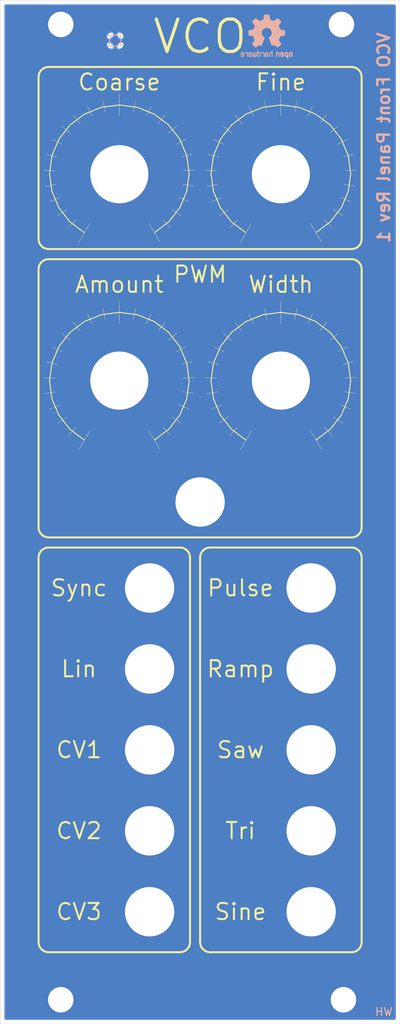
<source format=kicad_pcb>
(kicad_pcb (version 20171130) (host pcbnew 5.1.4)

  (general
    (thickness 1.6)
    (drawings 54)
    (tracks 19)
    (zones 0)
    (modules 6)
    (nets 2)
  )

  (page A4)
  (layers
    (0 F.Cu signal)
    (31 B.Cu signal)
    (32 B.Adhes user)
    (33 F.Adhes user)
    (34 B.Paste user)
    (35 F.Paste user)
    (36 B.SilkS user)
    (37 F.SilkS user)
    (38 B.Mask user)
    (39 F.Mask user)
    (40 Dwgs.User user)
    (41 Cmts.User user)
    (42 Eco1.User user)
    (43 Eco2.User user)
    (44 Edge.Cuts user)
    (45 Margin user)
    (46 B.CrtYd user)
    (47 F.CrtYd user)
    (48 B.Fab user)
    (49 F.Fab user)
  )

  (setup
    (last_trace_width 0.25)
    (trace_clearance 0.2)
    (zone_clearance 0.508)
    (zone_45_only no)
    (trace_min 0.2)
    (via_size 0.8)
    (via_drill 0.4)
    (via_min_size 0.4)
    (via_min_drill 0.3)
    (user_via 4 3)
    (user_via 7.999999 6.000001)
    (user_via 11.999999 7.000001)
    (uvia_size 0.3)
    (uvia_drill 0.1)
    (uvias_allowed no)
    (uvia_min_size 0.2)
    (uvia_min_drill 0.1)
    (edge_width 0.05)
    (segment_width 0.2)
    (pcb_text_width 0.3)
    (pcb_text_size 1.5 1.5)
    (mod_edge_width 0.12)
    (mod_text_size 1 1)
    (mod_text_width 0.15)
    (pad_size 1.524 1.524)
    (pad_drill 0.762)
    (pad_to_mask_clearance 0.051)
    (solder_mask_min_width 0.25)
    (aux_axis_origin 0 0)
    (visible_elements FFFFFF7F)
    (pcbplotparams
      (layerselection 0x010fc_ffffffff)
      (usegerberextensions false)
      (usegerberattributes false)
      (usegerberadvancedattributes false)
      (creategerberjobfile false)
      (excludeedgelayer true)
      (linewidth 0.100000)
      (plotframeref false)
      (viasonmask false)
      (mode 1)
      (useauxorigin false)
      (hpglpennumber 1)
      (hpglpenspeed 20)
      (hpglpendiameter 15.000000)
      (psnegative false)
      (psa4output false)
      (plotreference true)
      (plotvalue true)
      (plotinvisibletext false)
      (padsonsilk false)
      (subtractmaskfromsilk false)
      (outputformat 1)
      (mirror false)
      (drillshape 1)
      (scaleselection 1)
      (outputdirectory ""))
  )

  (net 0 "")
  (net 1 GND)

  (net_class Default "This is the default net class."
    (clearance 0.2)
    (trace_width 0.25)
    (via_dia 0.8)
    (via_drill 0.4)
    (uvia_dia 0.3)
    (uvia_drill 0.1)
    (add_net GND)
  )

  (module Symbol:OSHW-Logo2_7.3x6mm_SilkScreen (layer B.Cu) (tedit 0) (tstamp 5D8C8807)
    (at 97.282 44.45 180)
    (descr "Open Source Hardware Symbol")
    (tags "Logo Symbol OSHW")
    (attr virtual)
    (fp_text reference REF** (at 0 0) (layer B.SilkS) hide
      (effects (font (size 1 1) (thickness 0.15)) (justify mirror))
    )
    (fp_text value OSHW-Logo2_7.3x6mm_SilkScreen (at 0.75 0) (layer B.Fab) hide
      (effects (font (size 1 1) (thickness 0.15)) (justify mirror))
    )
    (fp_poly (pts (xy 0.10391 2.757652) (xy 0.182454 2.757222) (xy 0.239298 2.756058) (xy 0.278105 2.753793)
      (xy 0.302538 2.75006) (xy 0.316262 2.744494) (xy 0.32294 2.736727) (xy 0.326236 2.726395)
      (xy 0.326556 2.725057) (xy 0.331562 2.700921) (xy 0.340829 2.653299) (xy 0.353392 2.587259)
      (xy 0.368287 2.507872) (xy 0.384551 2.420204) (xy 0.385119 2.417125) (xy 0.40141 2.331211)
      (xy 0.416652 2.255304) (xy 0.429861 2.193955) (xy 0.440054 2.151718) (xy 0.446248 2.133145)
      (xy 0.446543 2.132816) (xy 0.464788 2.123747) (xy 0.502405 2.108633) (xy 0.551271 2.090738)
      (xy 0.551543 2.090642) (xy 0.613093 2.067507) (xy 0.685657 2.038035) (xy 0.754057 2.008403)
      (xy 0.757294 2.006938) (xy 0.868702 1.956374) (xy 1.115399 2.12484) (xy 1.191077 2.176197)
      (xy 1.259631 2.222111) (xy 1.317088 2.25997) (xy 1.359476 2.287163) (xy 1.382825 2.301079)
      (xy 1.385042 2.302111) (xy 1.40201 2.297516) (xy 1.433701 2.275345) (xy 1.481352 2.234553)
      (xy 1.546198 2.174095) (xy 1.612397 2.109773) (xy 1.676214 2.046388) (xy 1.733329 1.988549)
      (xy 1.780305 1.939825) (xy 1.813703 1.90379) (xy 1.830085 1.884016) (xy 1.830694 1.882998)
      (xy 1.832505 1.869428) (xy 1.825683 1.847267) (xy 1.80854 1.813522) (xy 1.779393 1.7652)
      (xy 1.736555 1.699308) (xy 1.679448 1.614483) (xy 1.628766 1.539823) (xy 1.583461 1.47286)
      (xy 1.54615 1.417484) (xy 1.519452 1.37758) (xy 1.505985 1.357038) (xy 1.505137 1.355644)
      (xy 1.506781 1.335962) (xy 1.519245 1.297707) (xy 1.540048 1.248111) (xy 1.547462 1.232272)
      (xy 1.579814 1.16171) (xy 1.614328 1.081647) (xy 1.642365 1.012371) (xy 1.662568 0.960955)
      (xy 1.678615 0.921881) (xy 1.687888 0.901459) (xy 1.689041 0.899886) (xy 1.706096 0.897279)
      (xy 1.746298 0.890137) (xy 1.804302 0.879477) (xy 1.874763 0.866315) (xy 1.952335 0.851667)
      (xy 2.031672 0.836551) (xy 2.107431 0.821982) (xy 2.174264 0.808978) (xy 2.226828 0.798555)
      (xy 2.259776 0.79173) (xy 2.267857 0.789801) (xy 2.276205 0.785038) (xy 2.282506 0.774282)
      (xy 2.287045 0.753902) (xy 2.290104 0.720266) (xy 2.291967 0.669745) (xy 2.292918 0.598708)
      (xy 2.29324 0.503524) (xy 2.293257 0.464508) (xy 2.293257 0.147201) (xy 2.217057 0.132161)
      (xy 2.174663 0.124005) (xy 2.1114 0.112101) (xy 2.034962 0.097884) (xy 1.953043 0.08279)
      (xy 1.9304 0.078645) (xy 1.854806 0.063947) (xy 1.788953 0.049495) (xy 1.738366 0.036625)
      (xy 1.708574 0.026678) (xy 1.703612 0.023713) (xy 1.691426 0.002717) (xy 1.673953 -0.037967)
      (xy 1.654577 -0.090322) (xy 1.650734 -0.1016) (xy 1.625339 -0.171523) (xy 1.593817 -0.250418)
      (xy 1.562969 -0.321266) (xy 1.562817 -0.321595) (xy 1.511447 -0.432733) (xy 1.680399 -0.681253)
      (xy 1.849352 -0.929772) (xy 1.632429 -1.147058) (xy 1.566819 -1.211726) (xy 1.506979 -1.268733)
      (xy 1.456267 -1.315033) (xy 1.418046 -1.347584) (xy 1.395675 -1.363343) (xy 1.392466 -1.364343)
      (xy 1.373626 -1.356469) (xy 1.33518 -1.334578) (xy 1.28133 -1.301267) (xy 1.216276 -1.259131)
      (xy 1.14594 -1.211943) (xy 1.074555 -1.16381) (xy 1.010908 -1.121928) (xy 0.959041 -1.088871)
      (xy 0.922995 -1.067218) (xy 0.906867 -1.059543) (xy 0.887189 -1.066037) (xy 0.849875 -1.08315)
      (xy 0.802621 -1.107326) (xy 0.797612 -1.110013) (xy 0.733977 -1.141927) (xy 0.690341 -1.157579)
      (xy 0.663202 -1.157745) (xy 0.649057 -1.143204) (xy 0.648975 -1.143) (xy 0.641905 -1.125779)
      (xy 0.625042 -1.084899) (xy 0.599695 -1.023525) (xy 0.567171 -0.944819) (xy 0.528778 -0.851947)
      (xy 0.485822 -0.748072) (xy 0.444222 -0.647502) (xy 0.398504 -0.536516) (xy 0.356526 -0.433703)
      (xy 0.319548 -0.342215) (xy 0.288827 -0.265201) (xy 0.265622 -0.205815) (xy 0.25119 -0.167209)
      (xy 0.246743 -0.1528) (xy 0.257896 -0.136272) (xy 0.287069 -0.10993) (xy 0.325971 -0.080887)
      (xy 0.436757 0.010961) (xy 0.523351 0.116241) (xy 0.584716 0.232734) (xy 0.619815 0.358224)
      (xy 0.627608 0.490493) (xy 0.621943 0.551543) (xy 0.591078 0.678205) (xy 0.53792 0.790059)
      (xy 0.465767 0.885999) (xy 0.377917 0.964924) (xy 0.277665 1.02573) (xy 0.16831 1.067313)
      (xy 0.053147 1.088572) (xy -0.064525 1.088401) (xy -0.18141 1.065699) (xy -0.294211 1.019362)
      (xy -0.399631 0.948287) (xy -0.443632 0.908089) (xy -0.528021 0.804871) (xy -0.586778 0.692075)
      (xy -0.620296 0.57299) (xy -0.628965 0.450905) (xy -0.613177 0.329107) (xy -0.573322 0.210884)
      (xy -0.509793 0.099525) (xy -0.422979 -0.001684) (xy -0.325971 -0.080887) (xy -0.285563 -0.111162)
      (xy -0.257018 -0.137219) (xy -0.246743 -0.152825) (xy -0.252123 -0.169843) (xy -0.267425 -0.2105)
      (xy -0.291388 -0.271642) (xy -0.322756 -0.350119) (xy -0.360268 -0.44278) (xy -0.402667 -0.546472)
      (xy -0.444337 -0.647526) (xy -0.49031 -0.758607) (xy -0.532893 -0.861541) (xy -0.570779 -0.953165)
      (xy -0.60266 -1.030316) (xy -0.627229 -1.089831) (xy -0.64318 -1.128544) (xy -0.64909 -1.143)
      (xy -0.663052 -1.157685) (xy -0.69006 -1.157642) (xy -0.733587 -1.142099) (xy -0.79711 -1.110284)
      (xy -0.797612 -1.110013) (xy -0.84544 -1.085323) (xy -0.884103 -1.067338) (xy -0.905905 -1.059614)
      (xy -0.906867 -1.059543) (xy -0.923279 -1.067378) (xy -0.959513 -1.089165) (xy -1.011526 -1.122328)
      (xy -1.075275 -1.164291) (xy -1.14594 -1.211943) (xy -1.217884 -1.260191) (xy -1.282726 -1.302151)
      (xy -1.336265 -1.335227) (xy -1.374303 -1.356821) (xy -1.392467 -1.364343) (xy -1.409192 -1.354457)
      (xy -1.44282 -1.326826) (xy -1.48999 -1.284495) (xy -1.547342 -1.230505) (xy -1.611516 -1.167899)
      (xy -1.632503 -1.146983) (xy -1.849501 -0.929623) (xy -1.684332 -0.68722) (xy -1.634136 -0.612781)
      (xy -1.590081 -0.545972) (xy -1.554638 -0.490665) (xy -1.530281 -0.450729) (xy -1.519478 -0.430036)
      (xy -1.519162 -0.428563) (xy -1.524857 -0.409058) (xy -1.540174 -0.369822) (xy -1.562463 -0.31743)
      (xy -1.578107 -0.282355) (xy -1.607359 -0.215201) (xy -1.634906 -0.147358) (xy -1.656263 -0.090034)
      (xy -1.662065 -0.072572) (xy -1.678548 -0.025938) (xy -1.69466 0.010095) (xy -1.70351 0.023713)
      (xy -1.72304 0.032048) (xy -1.765666 0.043863) (xy -1.825855 0.057819) (xy -1.898078 0.072578)
      (xy -1.9304 0.078645) (xy -2.012478 0.093727) (xy -2.091205 0.108331) (xy -2.158891 0.12102)
      (xy -2.20784 0.130358) (xy -2.217057 0.132161) (xy -2.293257 0.147201) (xy -2.293257 0.464508)
      (xy -2.293086 0.568846) (xy -2.292384 0.647787) (xy -2.290866 0.704962) (xy -2.288251 0.744001)
      (xy -2.284254 0.768535) (xy -2.278591 0.782195) (xy -2.27098 0.788611) (xy -2.267857 0.789801)
      (xy -2.249022 0.79402) (xy -2.207412 0.802438) (xy -2.14837 0.814039) (xy -2.077243 0.827805)
      (xy -1.999375 0.84272) (xy -1.920113 0.857768) (xy -1.844802 0.871931) (xy -1.778787 0.884194)
      (xy -1.727413 0.893539) (xy -1.696025 0.89895) (xy -1.689041 0.899886) (xy -1.682715 0.912404)
      (xy -1.66871 0.945754) (xy -1.649645 0.993623) (xy -1.642366 1.012371) (xy -1.613004 1.084805)
      (xy -1.578429 1.16483) (xy -1.547463 1.232272) (xy -1.524677 1.283841) (xy -1.509518 1.326215)
      (xy -1.504458 1.352166) (xy -1.505264 1.355644) (xy -1.515959 1.372064) (xy -1.54038 1.408583)
      (xy -1.575905 1.461313) (xy -1.619913 1.526365) (xy -1.669783 1.599849) (xy -1.679644 1.614355)
      (xy -1.737508 1.700296) (xy -1.780044 1.765739) (xy -1.808946 1.813696) (xy -1.82591 1.84718)
      (xy -1.832633 1.869205) (xy -1.83081 1.882783) (xy -1.830764 1.882869) (xy -1.816414 1.900703)
      (xy -1.784677 1.935183) (xy -1.73899 1.982732) (xy -1.682796 2.039778) (xy -1.619532 2.102745)
      (xy -1.612398 2.109773) (xy -1.53267 2.18698) (xy -1.471143 2.24367) (xy -1.426579 2.28089)
      (xy -1.397743 2.299685) (xy -1.385042 2.302111) (xy -1.366506 2.291529) (xy -1.328039 2.267084)
      (xy -1.273614 2.231388) (xy -1.207202 2.187053) (xy -1.132775 2.136689) (xy -1.115399 2.12484)
      (xy -0.868703 1.956374) (xy -0.757294 2.006938) (xy -0.689543 2.036405) (xy -0.616817 2.066041)
      (xy -0.554297 2.08967) (xy -0.551543 2.090642) (xy -0.50264 2.108543) (xy -0.464943 2.12368)
      (xy -0.446575 2.13279) (xy -0.446544 2.132816) (xy -0.440715 2.149283) (xy -0.430808 2.189781)
      (xy -0.417805 2.249758) (xy -0.402691 2.32466) (xy -0.386448 2.409936) (xy -0.385119 2.417125)
      (xy -0.368825 2.504986) (xy -0.353867 2.58474) (xy -0.341209 2.651319) (xy -0.331814 2.699653)
      (xy -0.326646 2.724675) (xy -0.326556 2.725057) (xy -0.323411 2.735701) (xy -0.317296 2.743738)
      (xy -0.304547 2.749533) (xy -0.2815 2.753453) (xy -0.244491 2.755865) (xy -0.189856 2.757135)
      (xy -0.113933 2.757629) (xy -0.013056 2.757714) (xy 0 2.757714) (xy 0.10391 2.757652)) (layer B.SilkS) (width 0.01))
    (fp_poly (pts (xy 3.153595 -1.966966) (xy 3.211021 -2.004497) (xy 3.238719 -2.038096) (xy 3.260662 -2.099064)
      (xy 3.262405 -2.147308) (xy 3.258457 -2.211816) (xy 3.109686 -2.276934) (xy 3.037349 -2.310202)
      (xy 2.990084 -2.336964) (xy 2.965507 -2.360144) (xy 2.961237 -2.382667) (xy 2.974889 -2.407455)
      (xy 2.989943 -2.423886) (xy 3.033746 -2.450235) (xy 3.081389 -2.452081) (xy 3.125145 -2.431546)
      (xy 3.157289 -2.390752) (xy 3.163038 -2.376347) (xy 3.190576 -2.331356) (xy 3.222258 -2.312182)
      (xy 3.265714 -2.295779) (xy 3.265714 -2.357966) (xy 3.261872 -2.400283) (xy 3.246823 -2.435969)
      (xy 3.21528 -2.476943) (xy 3.210592 -2.482267) (xy 3.175506 -2.51872) (xy 3.145347 -2.538283)
      (xy 3.107615 -2.547283) (xy 3.076335 -2.55023) (xy 3.020385 -2.550965) (xy 2.980555 -2.54166)
      (xy 2.955708 -2.527846) (xy 2.916656 -2.497467) (xy 2.889625 -2.464613) (xy 2.872517 -2.423294)
      (xy 2.863238 -2.367521) (xy 2.859693 -2.291305) (xy 2.85941 -2.252622) (xy 2.860372 -2.206247)
      (xy 2.948007 -2.206247) (xy 2.949023 -2.231126) (xy 2.951556 -2.2352) (xy 2.968274 -2.229665)
      (xy 3.004249 -2.215017) (xy 3.052331 -2.19419) (xy 3.062386 -2.189714) (xy 3.123152 -2.158814)
      (xy 3.156632 -2.131657) (xy 3.16399 -2.10622) (xy 3.146391 -2.080481) (xy 3.131856 -2.069109)
      (xy 3.07941 -2.046364) (xy 3.030322 -2.050122) (xy 2.989227 -2.077884) (xy 2.960758 -2.127152)
      (xy 2.951631 -2.166257) (xy 2.948007 -2.206247) (xy 2.860372 -2.206247) (xy 2.861285 -2.162249)
      (xy 2.868196 -2.095384) (xy 2.881884 -2.046695) (xy 2.904096 -2.010849) (xy 2.936574 -1.982513)
      (xy 2.950733 -1.973355) (xy 3.015053 -1.949507) (xy 3.085473 -1.948006) (xy 3.153595 -1.966966)) (layer B.SilkS) (width 0.01))
    (fp_poly (pts (xy 2.6526 -1.958752) (xy 2.669948 -1.966334) (xy 2.711356 -1.999128) (xy 2.746765 -2.046547)
      (xy 2.768664 -2.097151) (xy 2.772229 -2.122098) (xy 2.760279 -2.156927) (xy 2.734067 -2.175357)
      (xy 2.705964 -2.186516) (xy 2.693095 -2.188572) (xy 2.686829 -2.173649) (xy 2.674456 -2.141175)
      (xy 2.669028 -2.126502) (xy 2.63859 -2.075744) (xy 2.59452 -2.050427) (xy 2.53801 -2.051206)
      (xy 2.533825 -2.052203) (xy 2.503655 -2.066507) (xy 2.481476 -2.094393) (xy 2.466327 -2.139287)
      (xy 2.45725 -2.204615) (xy 2.453286 -2.293804) (xy 2.452914 -2.341261) (xy 2.45273 -2.416071)
      (xy 2.451522 -2.467069) (xy 2.448309 -2.499471) (xy 2.442109 -2.518495) (xy 2.43194 -2.529356)
      (xy 2.416819 -2.537272) (xy 2.415946 -2.53767) (xy 2.386828 -2.549981) (xy 2.372403 -2.554514)
      (xy 2.370186 -2.540809) (xy 2.368289 -2.502925) (xy 2.366847 -2.445715) (xy 2.365998 -2.374027)
      (xy 2.365829 -2.321565) (xy 2.366692 -2.220047) (xy 2.37007 -2.143032) (xy 2.377142 -2.086023)
      (xy 2.389088 -2.044526) (xy 2.40709 -2.014043) (xy 2.432327 -1.99008) (xy 2.457247 -1.973355)
      (xy 2.517171 -1.951097) (xy 2.586911 -1.946076) (xy 2.6526 -1.958752)) (layer B.SilkS) (width 0.01))
    (fp_poly (pts (xy 2.144876 -1.956335) (xy 2.186667 -1.975344) (xy 2.219469 -1.998378) (xy 2.243503 -2.024133)
      (xy 2.260097 -2.057358) (xy 2.270577 -2.1028) (xy 2.276271 -2.165207) (xy 2.278507 -2.249327)
      (xy 2.278743 -2.304721) (xy 2.278743 -2.520826) (xy 2.241774 -2.53767) (xy 2.212656 -2.549981)
      (xy 2.198231 -2.554514) (xy 2.195472 -2.541025) (xy 2.193282 -2.504653) (xy 2.191942 -2.451542)
      (xy 2.191657 -2.409372) (xy 2.190434 -2.348447) (xy 2.187136 -2.300115) (xy 2.182321 -2.270518)
      (xy 2.178496 -2.264229) (xy 2.152783 -2.270652) (xy 2.112418 -2.287125) (xy 2.065679 -2.309458)
      (xy 2.020845 -2.333457) (xy 1.986193 -2.35493) (xy 1.970002 -2.369685) (xy 1.969938 -2.369845)
      (xy 1.97133 -2.397152) (xy 1.983818 -2.423219) (xy 2.005743 -2.444392) (xy 2.037743 -2.451474)
      (xy 2.065092 -2.450649) (xy 2.103826 -2.450042) (xy 2.124158 -2.459116) (xy 2.136369 -2.483092)
      (xy 2.137909 -2.487613) (xy 2.143203 -2.521806) (xy 2.129047 -2.542568) (xy 2.092148 -2.552462)
      (xy 2.052289 -2.554292) (xy 1.980562 -2.540727) (xy 1.943432 -2.521355) (xy 1.897576 -2.475845)
      (xy 1.873256 -2.419983) (xy 1.871073 -2.360957) (xy 1.891629 -2.305953) (xy 1.922549 -2.271486)
      (xy 1.95342 -2.252189) (xy 2.001942 -2.227759) (xy 2.058485 -2.202985) (xy 2.06791 -2.199199)
      (xy 2.130019 -2.171791) (xy 2.165822 -2.147634) (xy 2.177337 -2.123619) (xy 2.16658 -2.096635)
      (xy 2.148114 -2.075543) (xy 2.104469 -2.049572) (xy 2.056446 -2.047624) (xy 2.012406 -2.067637)
      (xy 1.980709 -2.107551) (xy 1.976549 -2.117848) (xy 1.952327 -2.155724) (xy 1.916965 -2.183842)
      (xy 1.872343 -2.206917) (xy 1.872343 -2.141485) (xy 1.874969 -2.101506) (xy 1.88623 -2.069997)
      (xy 1.911199 -2.036378) (xy 1.935169 -2.010484) (xy 1.972441 -1.973817) (xy 2.001401 -1.954121)
      (xy 2.032505 -1.94622) (xy 2.067713 -1.944914) (xy 2.144876 -1.956335)) (layer B.SilkS) (width 0.01))
    (fp_poly (pts (xy 1.779833 -1.958663) (xy 1.782048 -1.99685) (xy 1.783784 -2.054886) (xy 1.784899 -2.12818)
      (xy 1.785257 -2.205055) (xy 1.785257 -2.465196) (xy 1.739326 -2.511127) (xy 1.707675 -2.539429)
      (xy 1.67989 -2.550893) (xy 1.641915 -2.550168) (xy 1.62684 -2.548321) (xy 1.579726 -2.542948)
      (xy 1.540756 -2.539869) (xy 1.531257 -2.539585) (xy 1.499233 -2.541445) (xy 1.453432 -2.546114)
      (xy 1.435674 -2.548321) (xy 1.392057 -2.551735) (xy 1.362745 -2.54432) (xy 1.33368 -2.521427)
      (xy 1.323188 -2.511127) (xy 1.277257 -2.465196) (xy 1.277257 -1.978602) (xy 1.314226 -1.961758)
      (xy 1.346059 -1.949282) (xy 1.364683 -1.944914) (xy 1.369458 -1.958718) (xy 1.373921 -1.997286)
      (xy 1.377775 -2.056356) (xy 1.380722 -2.131663) (xy 1.382143 -2.195286) (xy 1.386114 -2.445657)
      (xy 1.420759 -2.450556) (xy 1.452268 -2.447131) (xy 1.467708 -2.436041) (xy 1.472023 -2.415308)
      (xy 1.475708 -2.371145) (xy 1.478469 -2.309146) (xy 1.480012 -2.234909) (xy 1.480235 -2.196706)
      (xy 1.480457 -1.976783) (xy 1.526166 -1.960849) (xy 1.558518 -1.950015) (xy 1.576115 -1.944962)
      (xy 1.576623 -1.944914) (xy 1.578388 -1.958648) (xy 1.580329 -1.99673) (xy 1.582282 -2.054482)
      (xy 1.584084 -2.127227) (xy 1.585343 -2.195286) (xy 1.589314 -2.445657) (xy 1.6764 -2.445657)
      (xy 1.680396 -2.21724) (xy 1.684392 -1.988822) (xy 1.726847 -1.966868) (xy 1.758192 -1.951793)
      (xy 1.776744 -1.944951) (xy 1.777279 -1.944914) (xy 1.779833 -1.958663)) (layer B.SilkS) (width 0.01))
    (fp_poly (pts (xy 1.190117 -2.065358) (xy 1.189933 -2.173837) (xy 1.189219 -2.257287) (xy 1.187675 -2.319704)
      (xy 1.185001 -2.365085) (xy 1.180894 -2.397429) (xy 1.175055 -2.420733) (xy 1.167182 -2.438995)
      (xy 1.161221 -2.449418) (xy 1.111855 -2.505945) (xy 1.049264 -2.541377) (xy 0.980013 -2.55409)
      (xy 0.910668 -2.542463) (xy 0.869375 -2.521568) (xy 0.826025 -2.485422) (xy 0.796481 -2.441276)
      (xy 0.778655 -2.383462) (xy 0.770463 -2.306313) (xy 0.769302 -2.249714) (xy 0.769458 -2.245647)
      (xy 0.870857 -2.245647) (xy 0.871476 -2.31055) (xy 0.874314 -2.353514) (xy 0.88084 -2.381622)
      (xy 0.892523 -2.401953) (xy 0.906483 -2.417288) (xy 0.953365 -2.44689) (xy 1.003701 -2.449419)
      (xy 1.051276 -2.424705) (xy 1.054979 -2.421356) (xy 1.070783 -2.403935) (xy 1.080693 -2.383209)
      (xy 1.086058 -2.352362) (xy 1.088228 -2.304577) (xy 1.088571 -2.251748) (xy 1.087827 -2.185381)
      (xy 1.084748 -2.141106) (xy 1.078061 -2.112009) (xy 1.066496 -2.091173) (xy 1.057013 -2.080107)
      (xy 1.01296 -2.052198) (xy 0.962224 -2.048843) (xy 0.913796 -2.070159) (xy 0.90445 -2.078073)
      (xy 0.88854 -2.095647) (xy 0.87861 -2.116587) (xy 0.873278 -2.147782) (xy 0.871163 -2.196122)
      (xy 0.870857 -2.245647) (xy 0.769458 -2.245647) (xy 0.77281 -2.158568) (xy 0.784726 -2.090086)
      (xy 0.807135 -2.0386) (xy 0.842124 -1.998443) (xy 0.869375 -1.977861) (xy 0.918907 -1.955625)
      (xy 0.976316 -1.945304) (xy 1.029682 -1.948067) (xy 1.059543 -1.959212) (xy 1.071261 -1.962383)
      (xy 1.079037 -1.950557) (xy 1.084465 -1.918866) (xy 1.088571 -1.870593) (xy 1.093067 -1.816829)
      (xy 1.099313 -1.784482) (xy 1.110676 -1.765985) (xy 1.130528 -1.75377) (xy 1.143 -1.748362)
      (xy 1.190171 -1.728601) (xy 1.190117 -2.065358)) (layer B.SilkS) (width 0.01))
    (fp_poly (pts (xy 0.529926 -1.949755) (xy 0.595858 -1.974084) (xy 0.649273 -2.017117) (xy 0.670164 -2.047409)
      (xy 0.692939 -2.102994) (xy 0.692466 -2.143186) (xy 0.668562 -2.170217) (xy 0.659717 -2.174813)
      (xy 0.62153 -2.189144) (xy 0.602028 -2.185472) (xy 0.595422 -2.161407) (xy 0.595086 -2.148114)
      (xy 0.582992 -2.09921) (xy 0.551471 -2.064999) (xy 0.507659 -2.048476) (xy 0.458695 -2.052634)
      (xy 0.418894 -2.074227) (xy 0.40545 -2.086544) (xy 0.395921 -2.101487) (xy 0.389485 -2.124075)
      (xy 0.385317 -2.159328) (xy 0.382597 -2.212266) (xy 0.380502 -2.287907) (xy 0.37996 -2.311857)
      (xy 0.377981 -2.39379) (xy 0.375731 -2.451455) (xy 0.372357 -2.489608) (xy 0.367006 -2.513004)
      (xy 0.358824 -2.526398) (xy 0.346959 -2.534545) (xy 0.339362 -2.538144) (xy 0.307102 -2.550452)
      (xy 0.288111 -2.554514) (xy 0.281836 -2.540948) (xy 0.278006 -2.499934) (xy 0.2766 -2.430999)
      (xy 0.277598 -2.333669) (xy 0.277908 -2.318657) (xy 0.280101 -2.229859) (xy 0.282693 -2.165019)
      (xy 0.286382 -2.119067) (xy 0.291864 -2.086935) (xy 0.299835 -2.063553) (xy 0.310993 -2.043852)
      (xy 0.31683 -2.03541) (xy 0.350296 -1.998057) (xy 0.387727 -1.969003) (xy 0.392309 -1.966467)
      (xy 0.459426 -1.946443) (xy 0.529926 -1.949755)) (layer B.SilkS) (width 0.01))
    (fp_poly (pts (xy 0.039744 -1.950968) (xy 0.096616 -1.972087) (xy 0.097267 -1.972493) (xy 0.13244 -1.99838)
      (xy 0.158407 -2.028633) (xy 0.17667 -2.068058) (xy 0.188732 -2.121462) (xy 0.196096 -2.193651)
      (xy 0.200264 -2.289432) (xy 0.200629 -2.303078) (xy 0.205876 -2.508842) (xy 0.161716 -2.531678)
      (xy 0.129763 -2.54711) (xy 0.11047 -2.554423) (xy 0.109578 -2.554514) (xy 0.106239 -2.541022)
      (xy 0.103587 -2.504626) (xy 0.101956 -2.451452) (xy 0.1016 -2.408393) (xy 0.101592 -2.338641)
      (xy 0.098403 -2.294837) (xy 0.087288 -2.273944) (xy 0.063501 -2.272925) (xy 0.022296 -2.288741)
      (xy -0.039914 -2.317815) (xy -0.085659 -2.341963) (xy -0.109187 -2.362913) (xy -0.116104 -2.385747)
      (xy -0.116114 -2.386877) (xy -0.104701 -2.426212) (xy -0.070908 -2.447462) (xy -0.019191 -2.450539)
      (xy 0.018061 -2.450006) (xy 0.037703 -2.460735) (xy 0.049952 -2.486505) (xy 0.057002 -2.519337)
      (xy 0.046842 -2.537966) (xy 0.043017 -2.540632) (xy 0.007001 -2.55134) (xy -0.043434 -2.552856)
      (xy -0.095374 -2.545759) (xy -0.132178 -2.532788) (xy -0.183062 -2.489585) (xy -0.211986 -2.429446)
      (xy -0.217714 -2.382462) (xy -0.213343 -2.340082) (xy -0.197525 -2.305488) (xy -0.166203 -2.274763)
      (xy -0.115322 -2.24399) (xy -0.040824 -2.209252) (xy -0.036286 -2.207288) (xy 0.030821 -2.176287)
      (xy 0.072232 -2.150862) (xy 0.089981 -2.128014) (xy 0.086107 -2.104745) (xy 0.062643 -2.078056)
      (xy 0.055627 -2.071914) (xy 0.00863 -2.0481) (xy -0.040067 -2.049103) (xy -0.082478 -2.072451)
      (xy -0.110616 -2.115675) (xy -0.113231 -2.12416) (xy -0.138692 -2.165308) (xy -0.170999 -2.185128)
      (xy -0.217714 -2.20477) (xy -0.217714 -2.15395) (xy -0.203504 -2.080082) (xy -0.161325 -2.012327)
      (xy -0.139376 -1.989661) (xy -0.089483 -1.960569) (xy -0.026033 -1.9474) (xy 0.039744 -1.950968)) (layer B.SilkS) (width 0.01))
    (fp_poly (pts (xy -0.624114 -1.851289) (xy -0.619861 -1.910613) (xy -0.614975 -1.945572) (xy -0.608205 -1.96082)
      (xy -0.598298 -1.961015) (xy -0.595086 -1.959195) (xy -0.552356 -1.946015) (xy -0.496773 -1.946785)
      (xy -0.440263 -1.960333) (xy -0.404918 -1.977861) (xy -0.368679 -2.005861) (xy -0.342187 -2.037549)
      (xy -0.324001 -2.077813) (xy -0.312678 -2.131543) (xy -0.306778 -2.203626) (xy -0.304857 -2.298951)
      (xy -0.304823 -2.317237) (xy -0.3048 -2.522646) (xy -0.350509 -2.53858) (xy -0.382973 -2.54942)
      (xy -0.400785 -2.554468) (xy -0.401309 -2.554514) (xy -0.403063 -2.540828) (xy -0.404556 -2.503076)
      (xy -0.405674 -2.446224) (xy -0.406303 -2.375234) (xy -0.4064 -2.332073) (xy -0.406602 -2.246973)
      (xy -0.407642 -2.185981) (xy -0.410169 -2.144177) (xy -0.414836 -2.116642) (xy -0.422293 -2.098456)
      (xy -0.433189 -2.084698) (xy -0.439993 -2.078073) (xy -0.486728 -2.051375) (xy -0.537728 -2.049375)
      (xy -0.583999 -2.071955) (xy -0.592556 -2.080107) (xy -0.605107 -2.095436) (xy -0.613812 -2.113618)
      (xy -0.619369 -2.139909) (xy -0.622474 -2.179562) (xy -0.623824 -2.237832) (xy -0.624114 -2.318173)
      (xy -0.624114 -2.522646) (xy -0.669823 -2.53858) (xy -0.702287 -2.54942) (xy -0.720099 -2.554468)
      (xy -0.720623 -2.554514) (xy -0.721963 -2.540623) (xy -0.723172 -2.501439) (xy -0.724199 -2.4407)
      (xy -0.724998 -2.362141) (xy -0.725519 -2.269498) (xy -0.725714 -2.166509) (xy -0.725714 -1.769342)
      (xy -0.678543 -1.749444) (xy -0.631371 -1.729547) (xy -0.624114 -1.851289)) (layer B.SilkS) (width 0.01))
    (fp_poly (pts (xy -1.831697 -1.931239) (xy -1.774473 -1.969735) (xy -1.730251 -2.025335) (xy -1.703833 -2.096086)
      (xy -1.69849 -2.148162) (xy -1.699097 -2.169893) (xy -1.704178 -2.186531) (xy -1.718145 -2.201437)
      (xy -1.745411 -2.217973) (xy -1.790388 -2.239498) (xy -1.857489 -2.269374) (xy -1.857829 -2.269524)
      (xy -1.919593 -2.297813) (xy -1.970241 -2.322933) (xy -2.004596 -2.342179) (xy -2.017482 -2.352848)
      (xy -2.017486 -2.352934) (xy -2.006128 -2.376166) (xy -1.979569 -2.401774) (xy -1.949077 -2.420221)
      (xy -1.93363 -2.423886) (xy -1.891485 -2.411212) (xy -1.855192 -2.379471) (xy -1.837483 -2.344572)
      (xy -1.820448 -2.318845) (xy -1.787078 -2.289546) (xy -1.747851 -2.264235) (xy -1.713244 -2.250471)
      (xy -1.706007 -2.249714) (xy -1.697861 -2.26216) (xy -1.69737 -2.293972) (xy -1.703357 -2.336866)
      (xy -1.714643 -2.382558) (xy -1.73005 -2.422761) (xy -1.730829 -2.424322) (xy -1.777196 -2.489062)
      (xy -1.837289 -2.533097) (xy -1.905535 -2.554711) (xy -1.976362 -2.552185) (xy -2.044196 -2.523804)
      (xy -2.047212 -2.521808) (xy -2.100573 -2.473448) (xy -2.13566 -2.410352) (xy -2.155078 -2.327387)
      (xy -2.157684 -2.304078) (xy -2.162299 -2.194055) (xy -2.156767 -2.142748) (xy -2.017486 -2.142748)
      (xy -2.015676 -2.174753) (xy -2.005778 -2.184093) (xy -1.981102 -2.177105) (xy -1.942205 -2.160587)
      (xy -1.898725 -2.139881) (xy -1.897644 -2.139333) (xy -1.860791 -2.119949) (xy -1.846 -2.107013)
      (xy -1.849647 -2.093451) (xy -1.865005 -2.075632) (xy -1.904077 -2.049845) (xy -1.946154 -2.04795)
      (xy -1.983897 -2.066717) (xy -2.009966 -2.102915) (xy -2.017486 -2.142748) (xy -2.156767 -2.142748)
      (xy -2.152806 -2.106027) (xy -2.12845 -2.036212) (xy -2.094544 -1.987302) (xy -2.033347 -1.937878)
      (xy -1.965937 -1.913359) (xy -1.89712 -1.911797) (xy -1.831697 -1.931239)) (layer B.SilkS) (width 0.01))
    (fp_poly (pts (xy -2.958885 -1.921962) (xy -2.890855 -1.957733) (xy -2.840649 -2.015301) (xy -2.822815 -2.052312)
      (xy -2.808937 -2.107882) (xy -2.801833 -2.178096) (xy -2.80116 -2.254727) (xy -2.806573 -2.329552)
      (xy -2.81773 -2.394342) (xy -2.834286 -2.440873) (xy -2.839374 -2.448887) (xy -2.899645 -2.508707)
      (xy -2.971231 -2.544535) (xy -3.048908 -2.55502) (xy -3.127452 -2.53881) (xy -3.149311 -2.529092)
      (xy -3.191878 -2.499143) (xy -3.229237 -2.459433) (xy -3.232768 -2.454397) (xy -3.247119 -2.430124)
      (xy -3.256606 -2.404178) (xy -3.26221 -2.370022) (xy -3.264914 -2.321119) (xy -3.265701 -2.250935)
      (xy -3.265714 -2.2352) (xy -3.265678 -2.230192) (xy -3.120571 -2.230192) (xy -3.119727 -2.29643)
      (xy -3.116404 -2.340386) (xy -3.109417 -2.368779) (xy -3.097584 -2.388325) (xy -3.091543 -2.394857)
      (xy -3.056814 -2.41968) (xy -3.023097 -2.418548) (xy -2.989005 -2.397016) (xy -2.968671 -2.374029)
      (xy -2.956629 -2.340478) (xy -2.949866 -2.287569) (xy -2.949402 -2.281399) (xy -2.948248 -2.185513)
      (xy -2.960312 -2.114299) (xy -2.98543 -2.068194) (xy -3.02344 -2.047635) (xy -3.037008 -2.046514)
      (xy -3.072636 -2.052152) (xy -3.097006 -2.071686) (xy -3.111907 -2.109042) (xy -3.119125 -2.16815)
      (xy -3.120571 -2.230192) (xy -3.265678 -2.230192) (xy -3.265174 -2.160413) (xy -3.262904 -2.108159)
      (xy -3.257932 -2.071949) (xy -3.249287 -2.045299) (xy -3.235995 -2.021722) (xy -3.233057 -2.017338)
      (xy -3.183687 -1.958249) (xy -3.129891 -1.923947) (xy -3.064398 -1.910331) (xy -3.042158 -1.909665)
      (xy -2.958885 -1.921962)) (layer B.SilkS) (width 0.01))
    (fp_poly (pts (xy -1.283907 -1.92778) (xy -1.237328 -1.954723) (xy -1.204943 -1.981466) (xy -1.181258 -2.009484)
      (xy -1.164941 -2.043748) (xy -1.154661 -2.089227) (xy -1.149086 -2.150892) (xy -1.146884 -2.233711)
      (xy -1.146629 -2.293246) (xy -1.146629 -2.512391) (xy -1.208314 -2.540044) (xy -1.27 -2.567697)
      (xy -1.277257 -2.32767) (xy -1.280256 -2.238028) (xy -1.283402 -2.172962) (xy -1.287299 -2.128026)
      (xy -1.292553 -2.09877) (xy -1.299769 -2.080748) (xy -1.30955 -2.069511) (xy -1.312688 -2.067079)
      (xy -1.360239 -2.048083) (xy -1.408303 -2.0556) (xy -1.436914 -2.075543) (xy -1.448553 -2.089675)
      (xy -1.456609 -2.10822) (xy -1.461729 -2.136334) (xy -1.464559 -2.179173) (xy -1.465744 -2.241895)
      (xy -1.465943 -2.307261) (xy -1.465982 -2.389268) (xy -1.467386 -2.447316) (xy -1.472086 -2.486465)
      (xy -1.482013 -2.51178) (xy -1.499097 -2.528323) (xy -1.525268 -2.541156) (xy -1.560225 -2.554491)
      (xy -1.598404 -2.569007) (xy -1.593859 -2.311389) (xy -1.592029 -2.218519) (xy -1.589888 -2.149889)
      (xy -1.586819 -2.100711) (xy -1.582206 -2.066198) (xy -1.575432 -2.041562) (xy -1.565881 -2.022016)
      (xy -1.554366 -2.00477) (xy -1.49881 -1.94968) (xy -1.43102 -1.917822) (xy -1.357287 -1.910191)
      (xy -1.283907 -1.92778)) (layer B.SilkS) (width 0.01))
    (fp_poly (pts (xy -2.400256 -1.919918) (xy -2.344799 -1.947568) (xy -2.295852 -1.99848) (xy -2.282371 -2.017338)
      (xy -2.267686 -2.042015) (xy -2.258158 -2.068816) (xy -2.252707 -2.104587) (xy -2.250253 -2.156169)
      (xy -2.249714 -2.224267) (xy -2.252148 -2.317588) (xy -2.260606 -2.387657) (xy -2.276826 -2.439931)
      (xy -2.302546 -2.479869) (xy -2.339503 -2.512929) (xy -2.342218 -2.514886) (xy -2.37864 -2.534908)
      (xy -2.422498 -2.544815) (xy -2.478276 -2.547257) (xy -2.568952 -2.547257) (xy -2.56899 -2.635283)
      (xy -2.569834 -2.684308) (xy -2.574976 -2.713065) (xy -2.588413 -2.730311) (xy -2.614142 -2.744808)
      (xy -2.620321 -2.747769) (xy -2.649236 -2.761648) (xy -2.671624 -2.770414) (xy -2.688271 -2.771171)
      (xy -2.699964 -2.761023) (xy -2.70749 -2.737073) (xy -2.711634 -2.696426) (xy -2.713185 -2.636186)
      (xy -2.712929 -2.553455) (xy -2.711651 -2.445339) (xy -2.711252 -2.413) (xy -2.709815 -2.301524)
      (xy -2.708528 -2.228603) (xy -2.569029 -2.228603) (xy -2.568245 -2.290499) (xy -2.56476 -2.330997)
      (xy -2.556876 -2.357708) (xy -2.542895 -2.378244) (xy -2.533403 -2.38826) (xy -2.494596 -2.417567)
      (xy -2.460237 -2.419952) (xy -2.424784 -2.39575) (xy -2.423886 -2.394857) (xy -2.409461 -2.376153)
      (xy -2.400687 -2.350732) (xy -2.396261 -2.311584) (xy -2.394882 -2.251697) (xy -2.394857 -2.23843)
      (xy -2.398188 -2.155901) (xy -2.409031 -2.098691) (xy -2.42866 -2.063766) (xy -2.45835 -2.048094)
      (xy -2.475509 -2.046514) (xy -2.516234 -2.053926) (xy -2.544168 -2.07833) (xy -2.560983 -2.12298)
      (xy -2.56835 -2.19113) (xy -2.569029 -2.228603) (xy -2.708528 -2.228603) (xy -2.708292 -2.215245)
      (xy -2.706323 -2.150333) (xy -2.70355 -2.102958) (xy -2.699612 -2.06929) (xy -2.694151 -2.045498)
      (xy -2.686808 -2.027753) (xy -2.677223 -2.012224) (xy -2.673113 -2.006381) (xy -2.618595 -1.951185)
      (xy -2.549664 -1.91989) (xy -2.469928 -1.911165) (xy -2.400256 -1.919918)) (layer B.SilkS) (width 0.01))
  )

  (module AS3340_VCO_FP:knob_tick_marks (layer F.Cu) (tedit 5D785F37) (tstamp 5D78B9E5)
    (at 99.06 86.995)
    (descr "Imported from knob_tick_marks.svg")
    (tags svg2mod)
    (attr smd)
    (fp_text reference tick_marks (at 0 -12.347405) (layer F.SilkS) hide
      (effects (font (size 1.524 1.524) (thickness 0.3048)))
    )
    (fp_text value G*** (at 0 12.347405) (layer F.SilkS) hide
      (effects (font (size 1.524 1.524) (thickness 0.3048)))
    )
    (fp_line (start 5.11941 9.283685) (end 3.710646 6.912775) (layer F.SilkS) (width 0.032346))
    (fp_line (start 3.710646 6.912775) (end 5.11941 9.283685) (layer F.SilkS) (width 0.032346))
    (fp_line (start 6.427583 7.491695) (end 5.477879 6.483435) (layer F.SilkS) (width 0.032346))
    (fp_line (start 5.477879 6.483435) (end 6.427583 7.491695) (layer F.SilkS) (width 0.032346))
    (fp_line (start 7.783587 5.969315) (end 6.633531 5.185985) (layer F.SilkS) (width 0.032346))
    (fp_line (start 6.633531 5.185985) (end 7.783587 5.969315) (layer F.SilkS) (width 0.032346))
    (fp_line (start 8.771023 4.195885) (end 7.475071 3.674585) (layer F.SilkS) (width 0.032346))
    (fp_line (start 7.475071 3.674585) (end 8.771023 4.195885) (layer F.SilkS) (width 0.032346))
    (fp_line (start 9.343135 2.255395) (end 7.962653 2.020805) (layer F.SilkS) (width 0.032346))
    (fp_line (start 7.962653 2.020805) (end 9.343135 2.255395) (layer F.SilkS) (width 0.032346))
    (fp_line (start 9.472832 0.239745) (end 8.073187 0.302945) (layer F.SilkS) (width 0.032346))
    (fp_line (start 8.073187 0.302945) (end 9.472832 0.239745) (layer F.SilkS) (width 0.032346))
    (fp_line (start 9.153974 -1.755685) (end 7.80144 -1.397635) (layer F.SilkS) (width 0.032346))
    (fp_line (start 7.80144 -1.397635) (end 9.153974 -1.755685) (layer F.SilkS) (width 0.032346))
    (fp_line (start 8.401658 -3.636345) (end 7.160281 -3.000425) (layer F.SilkS) (width 0.032346))
    (fp_line (start 7.160281 -3.000425) (end 8.401658 -3.636345) (layer F.SilkS) (width 0.032346))
    (fp_line (start 7.251508 -5.313205) (end 6.180067 -4.429525) (layer F.SilkS) (width 0.032346))
    (fp_line (start 6.180067 -4.429525) (end 7.251508 -5.313205) (layer F.SilkS) (width 0.032346))
    (fp_line (start 5.757984 -6.706865) (end 4.907215 -5.617265) (layer F.SilkS) (width 0.032346))
    (fp_line (start 4.907215 -5.617265) (end 5.757984 -6.706865) (layer F.SilkS) (width 0.032346))
    (fp_line (start 3.991808 -7.751335) (end 3.401994 -6.507405) (layer F.SilkS) (width 0.032346))
    (fp_line (start 3.401994 -6.507405) (end 3.991808 -7.751335) (layer F.SilkS) (width 0.032346))
    (fp_line (start 2.036609 -8.397145) (end 1.73568 -7.057805) (layer F.SilkS) (width 0.032346))
    (fp_line (start 1.73568 -7.057805) (end 2.036609 -8.397145) (layer F.SilkS) (width 0.032346))
    (fp_line (start -0.016143 -9.299405) (end -0.011743 -6.556715) (layer F.SilkS) (width 0.032346))
    (fp_line (start -0.011743 -6.556715) (end -0.016143 -9.299405) (layer F.SilkS) (width 0.032346))
    (fp_line (start -2.065983 -8.390825) (end -1.76075 -7.052415) (layer F.SilkS) (width 0.032346))
    (fp_line (start -1.76075 -7.052415) (end -2.065983 -8.390825) (layer F.SilkS) (width 0.032346))
    (fp_line (start -4.019097 -7.738995) (end -3.425287 -6.496895) (layer F.SilkS) (width 0.032346))
    (fp_line (start -3.425287 -6.496895) (end -4.019097 -7.738995) (layer F.SilkS) (width 0.032346))
    (fp_line (start -5.781907 -6.689095) (end -4.927638 -5.602125) (layer F.SilkS) (width 0.032346))
    (fp_line (start -4.927638 -5.602125) (end -5.781907 -6.689095) (layer F.SilkS) (width 0.032346))
    (fp_line (start -7.270942 -5.290845) (end -6.196667 -4.410465) (layer F.SilkS) (width 0.032346))
    (fp_line (start -6.196667 -4.410465) (end -7.270942 -5.290845) (layer F.SilkS) (width 0.032346))
    (fp_line (start -8.415696 -3.610455) (end -7.172281 -2.978355) (layer F.SilkS) (width 0.032346))
    (fp_line (start -7.172281 -2.978355) (end -8.415696 -3.610455) (layer F.SilkS) (width 0.032346))
    (fp_line (start -9.161962 -1.727485) (end -7.808285 -1.373595) (layer F.SilkS) (width 0.032346))
    (fp_line (start -7.808285 -1.373595) (end -9.161962 -1.727485) (layer F.SilkS) (width 0.032346))
    (fp_line (start -9.474404 0.268915) (end -8.074563 0.327815) (layer F.SilkS) (width 0.032346))
    (fp_line (start -8.074563 0.327815) (end -9.474404 0.268915) (layer F.SilkS) (width 0.032346))
    (fp_line (start -9.338227 2.284155) (end -7.958507 2.045315) (layer F.SilkS) (width 0.032346))
    (fp_line (start -7.958507 2.045315) (end -9.338227 2.284155) (layer F.SilkS) (width 0.032346))
    (fp_line (start -8.75988 4.222875) (end -7.465611 3.697585) (layer F.SilkS) (width 0.032346))
    (fp_line (start -7.465611 3.697585) (end -8.75988 4.222875) (layer F.SilkS) (width 0.032346))
    (fp_line (start -7.766748 5.993255) (end -6.619216 5.206385) (layer F.SilkS) (width 0.032346))
    (fp_line (start -6.619216 5.206385) (end -7.766748 5.993255) (layer F.SilkS) (width 0.032346))
    (fp_line (start -6.405857 7.511455) (end -5.459399 6.500275) (layer F.SilkS) (width 0.032346))
    (fp_line (start -5.459399 6.500275) (end -6.405857 7.511455) (layer F.SilkS) (width 0.032346))
    (fp_line (start -5.091929 9.299405) (end -3.690794 6.924175) (layer F.SilkS) (width 0.032346))
    (fp_line (start -3.690794 6.924175) (end -5.091929 9.299405) (layer F.SilkS) (width 0.032346))
    (fp_poly (pts (xy 0 -7.988525) (xy -2.326013 -7.684565) (xy -4.437832 -6.820018) (xy -6.240918 -5.465883)
      (xy -7.64073 -3.693159) (xy -8.542729 -1.572845) (xy -8.844793 0.704834) (xy -8.538211 2.925137)
      (xy -7.668557 4.980292) (xy -6.281407 6.762526) (xy -4.422334 8.164065) (xy -4.360304 8.059605)
      (xy -6.193624 6.677555) (xy -7.561473 4.920232) (xy -8.418954 2.893814) (xy -8.721172 0.704479)
      (xy -8.423231 -1.541595) (xy -7.533847 -3.632536) (xy -6.153734 -5.380608) (xy -4.375989 -6.715849)
      (xy -2.293712 -7.568298) (xy 0 -7.867995) (xy 2.293711 -7.568298) (xy 4.375989 -6.715849)
      (xy 6.153733 -5.380608) (xy 7.533846 -3.632536) (xy 8.42323 -1.541595) (xy 8.721171 0.704479)
      (xy 8.418954 2.893814) (xy 7.561473 4.920232) (xy 6.193624 6.677555) (xy 4.360303 8.059605)
      (xy 4.422333 8.164065) (xy 6.281406 6.762526) (xy 7.668556 4.980292) (xy 8.53821 2.925137)
      (xy 8.844792 0.704834) (xy 8.542728 -1.572845) (xy 7.64073 -3.693159) (xy 6.240917 -5.465883)
      (xy 4.437832 -6.820018) (xy 2.326012 -7.684565) (xy 0 -7.988525)) (layer F.SilkS) (width 0))
  )

  (module AS3340_VCO_FP:knob_tick_marks (layer F.Cu) (tedit 5D785F37) (tstamp 5D78B7EE)
    (at 78.74 86.995)
    (descr "Imported from knob_tick_marks.svg")
    (tags svg2mod)
    (attr smd)
    (fp_text reference tick_marks (at 0 -12.347405) (layer F.SilkS) hide
      (effects (font (size 1.524 1.524) (thickness 0.3048)))
    )
    (fp_text value G*** (at 0 12.347405) (layer F.SilkS) hide
      (effects (font (size 1.524 1.524) (thickness 0.3048)))
    )
    (fp_poly (pts (xy 0 -7.988525) (xy -2.326013 -7.684565) (xy -4.437832 -6.820018) (xy -6.240918 -5.465883)
      (xy -7.64073 -3.693159) (xy -8.542729 -1.572845) (xy -8.844793 0.704834) (xy -8.538211 2.925137)
      (xy -7.668557 4.980292) (xy -6.281407 6.762526) (xy -4.422334 8.164065) (xy -4.360304 8.059605)
      (xy -6.193624 6.677555) (xy -7.561473 4.920232) (xy -8.418954 2.893814) (xy -8.721172 0.704479)
      (xy -8.423231 -1.541595) (xy -7.533847 -3.632536) (xy -6.153734 -5.380608) (xy -4.375989 -6.715849)
      (xy -2.293712 -7.568298) (xy 0 -7.867995) (xy 2.293711 -7.568298) (xy 4.375989 -6.715849)
      (xy 6.153733 -5.380608) (xy 7.533846 -3.632536) (xy 8.42323 -1.541595) (xy 8.721171 0.704479)
      (xy 8.418954 2.893814) (xy 7.561473 4.920232) (xy 6.193624 6.677555) (xy 4.360303 8.059605)
      (xy 4.422333 8.164065) (xy 6.281406 6.762526) (xy 7.668556 4.980292) (xy 8.53821 2.925137)
      (xy 8.844792 0.704834) (xy 8.542728 -1.572845) (xy 7.64073 -3.693159) (xy 6.240917 -5.465883)
      (xy 4.437832 -6.820018) (xy 2.326012 -7.684565) (xy 0 -7.988525)) (layer F.SilkS) (width 0))
    (fp_line (start -3.690794 6.924175) (end -5.091929 9.299405) (layer F.SilkS) (width 0.032346))
    (fp_line (start -5.091929 9.299405) (end -3.690794 6.924175) (layer F.SilkS) (width 0.032346))
    (fp_line (start -5.459399 6.500275) (end -6.405857 7.511455) (layer F.SilkS) (width 0.032346))
    (fp_line (start -6.405857 7.511455) (end -5.459399 6.500275) (layer F.SilkS) (width 0.032346))
    (fp_line (start -6.619216 5.206385) (end -7.766748 5.993255) (layer F.SilkS) (width 0.032346))
    (fp_line (start -7.766748 5.993255) (end -6.619216 5.206385) (layer F.SilkS) (width 0.032346))
    (fp_line (start -7.465611 3.697585) (end -8.75988 4.222875) (layer F.SilkS) (width 0.032346))
    (fp_line (start -8.75988 4.222875) (end -7.465611 3.697585) (layer F.SilkS) (width 0.032346))
    (fp_line (start -7.958507 2.045315) (end -9.338227 2.284155) (layer F.SilkS) (width 0.032346))
    (fp_line (start -9.338227 2.284155) (end -7.958507 2.045315) (layer F.SilkS) (width 0.032346))
    (fp_line (start -8.074563 0.327815) (end -9.474404 0.268915) (layer F.SilkS) (width 0.032346))
    (fp_line (start -9.474404 0.268915) (end -8.074563 0.327815) (layer F.SilkS) (width 0.032346))
    (fp_line (start -7.808285 -1.373595) (end -9.161962 -1.727485) (layer F.SilkS) (width 0.032346))
    (fp_line (start -9.161962 -1.727485) (end -7.808285 -1.373595) (layer F.SilkS) (width 0.032346))
    (fp_line (start -7.172281 -2.978355) (end -8.415696 -3.610455) (layer F.SilkS) (width 0.032346))
    (fp_line (start -8.415696 -3.610455) (end -7.172281 -2.978355) (layer F.SilkS) (width 0.032346))
    (fp_line (start -6.196667 -4.410465) (end -7.270942 -5.290845) (layer F.SilkS) (width 0.032346))
    (fp_line (start -7.270942 -5.290845) (end -6.196667 -4.410465) (layer F.SilkS) (width 0.032346))
    (fp_line (start -4.927638 -5.602125) (end -5.781907 -6.689095) (layer F.SilkS) (width 0.032346))
    (fp_line (start -5.781907 -6.689095) (end -4.927638 -5.602125) (layer F.SilkS) (width 0.032346))
    (fp_line (start -3.425287 -6.496895) (end -4.019097 -7.738995) (layer F.SilkS) (width 0.032346))
    (fp_line (start -4.019097 -7.738995) (end -3.425287 -6.496895) (layer F.SilkS) (width 0.032346))
    (fp_line (start -1.76075 -7.052415) (end -2.065983 -8.390825) (layer F.SilkS) (width 0.032346))
    (fp_line (start -2.065983 -8.390825) (end -1.76075 -7.052415) (layer F.SilkS) (width 0.032346))
    (fp_line (start -0.011743 -6.556715) (end -0.016143 -9.299405) (layer F.SilkS) (width 0.032346))
    (fp_line (start -0.016143 -9.299405) (end -0.011743 -6.556715) (layer F.SilkS) (width 0.032346))
    (fp_line (start 1.73568 -7.057805) (end 2.036609 -8.397145) (layer F.SilkS) (width 0.032346))
    (fp_line (start 2.036609 -8.397145) (end 1.73568 -7.057805) (layer F.SilkS) (width 0.032346))
    (fp_line (start 3.401994 -6.507405) (end 3.991808 -7.751335) (layer F.SilkS) (width 0.032346))
    (fp_line (start 3.991808 -7.751335) (end 3.401994 -6.507405) (layer F.SilkS) (width 0.032346))
    (fp_line (start 4.907215 -5.617265) (end 5.757984 -6.706865) (layer F.SilkS) (width 0.032346))
    (fp_line (start 5.757984 -6.706865) (end 4.907215 -5.617265) (layer F.SilkS) (width 0.032346))
    (fp_line (start 6.180067 -4.429525) (end 7.251508 -5.313205) (layer F.SilkS) (width 0.032346))
    (fp_line (start 7.251508 -5.313205) (end 6.180067 -4.429525) (layer F.SilkS) (width 0.032346))
    (fp_line (start 7.160281 -3.000425) (end 8.401658 -3.636345) (layer F.SilkS) (width 0.032346))
    (fp_line (start 8.401658 -3.636345) (end 7.160281 -3.000425) (layer F.SilkS) (width 0.032346))
    (fp_line (start 7.80144 -1.397635) (end 9.153974 -1.755685) (layer F.SilkS) (width 0.032346))
    (fp_line (start 9.153974 -1.755685) (end 7.80144 -1.397635) (layer F.SilkS) (width 0.032346))
    (fp_line (start 8.073187 0.302945) (end 9.472832 0.239745) (layer F.SilkS) (width 0.032346))
    (fp_line (start 9.472832 0.239745) (end 8.073187 0.302945) (layer F.SilkS) (width 0.032346))
    (fp_line (start 7.962653 2.020805) (end 9.343135 2.255395) (layer F.SilkS) (width 0.032346))
    (fp_line (start 9.343135 2.255395) (end 7.962653 2.020805) (layer F.SilkS) (width 0.032346))
    (fp_line (start 7.475071 3.674585) (end 8.771023 4.195885) (layer F.SilkS) (width 0.032346))
    (fp_line (start 8.771023 4.195885) (end 7.475071 3.674585) (layer F.SilkS) (width 0.032346))
    (fp_line (start 6.633531 5.185985) (end 7.783587 5.969315) (layer F.SilkS) (width 0.032346))
    (fp_line (start 7.783587 5.969315) (end 6.633531 5.185985) (layer F.SilkS) (width 0.032346))
    (fp_line (start 5.477879 6.483435) (end 6.427583 7.491695) (layer F.SilkS) (width 0.032346))
    (fp_line (start 6.427583 7.491695) (end 5.477879 6.483435) (layer F.SilkS) (width 0.032346))
    (fp_line (start 3.710646 6.912775) (end 5.11941 9.283685) (layer F.SilkS) (width 0.032346))
    (fp_line (start 5.11941 9.283685) (end 3.710646 6.912775) (layer F.SilkS) (width 0.032346))
  )

  (module AS3340_VCO_FP:knob_tick_marks (layer F.Cu) (tedit 5D785F37) (tstamp 5D78B478)
    (at 99.06 60.96)
    (descr "Imported from knob_tick_marks.svg")
    (tags svg2mod)
    (attr smd)
    (fp_text reference tick_marks (at 0 -12.347405) (layer F.SilkS) hide
      (effects (font (size 1.524 1.524) (thickness 0.3048)))
    )
    (fp_text value G*** (at 0 12.347405) (layer F.SilkS) hide
      (effects (font (size 1.524 1.524) (thickness 0.3048)))
    )
    (fp_poly (pts (xy 0 -7.988525) (xy -2.326013 -7.684565) (xy -4.437832 -6.820018) (xy -6.240918 -5.465883)
      (xy -7.64073 -3.693159) (xy -8.542729 -1.572845) (xy -8.844793 0.704834) (xy -8.538211 2.925137)
      (xy -7.668557 4.980292) (xy -6.281407 6.762526) (xy -4.422334 8.164065) (xy -4.360304 8.059605)
      (xy -6.193624 6.677555) (xy -7.561473 4.920232) (xy -8.418954 2.893814) (xy -8.721172 0.704479)
      (xy -8.423231 -1.541595) (xy -7.533847 -3.632536) (xy -6.153734 -5.380608) (xy -4.375989 -6.715849)
      (xy -2.293712 -7.568298) (xy 0 -7.867995) (xy 2.293711 -7.568298) (xy 4.375989 -6.715849)
      (xy 6.153733 -5.380608) (xy 7.533846 -3.632536) (xy 8.42323 -1.541595) (xy 8.721171 0.704479)
      (xy 8.418954 2.893814) (xy 7.561473 4.920232) (xy 6.193624 6.677555) (xy 4.360303 8.059605)
      (xy 4.422333 8.164065) (xy 6.281406 6.762526) (xy 7.668556 4.980292) (xy 8.53821 2.925137)
      (xy 8.844792 0.704834) (xy 8.542728 -1.572845) (xy 7.64073 -3.693159) (xy 6.240917 -5.465883)
      (xy 4.437832 -6.820018) (xy 2.326012 -7.684565) (xy 0 -7.988525)) (layer F.SilkS) (width 0))
    (fp_line (start -3.690794 6.924175) (end -5.091929 9.299405) (layer F.SilkS) (width 0.032346))
    (fp_line (start -5.091929 9.299405) (end -3.690794 6.924175) (layer F.SilkS) (width 0.032346))
    (fp_line (start -5.459399 6.500275) (end -6.405857 7.511455) (layer F.SilkS) (width 0.032346))
    (fp_line (start -6.405857 7.511455) (end -5.459399 6.500275) (layer F.SilkS) (width 0.032346))
    (fp_line (start -6.619216 5.206385) (end -7.766748 5.993255) (layer F.SilkS) (width 0.032346))
    (fp_line (start -7.766748 5.993255) (end -6.619216 5.206385) (layer F.SilkS) (width 0.032346))
    (fp_line (start -7.465611 3.697585) (end -8.75988 4.222875) (layer F.SilkS) (width 0.032346))
    (fp_line (start -8.75988 4.222875) (end -7.465611 3.697585) (layer F.SilkS) (width 0.032346))
    (fp_line (start -7.958507 2.045315) (end -9.338227 2.284155) (layer F.SilkS) (width 0.032346))
    (fp_line (start -9.338227 2.284155) (end -7.958507 2.045315) (layer F.SilkS) (width 0.032346))
    (fp_line (start -8.074563 0.327815) (end -9.474404 0.268915) (layer F.SilkS) (width 0.032346))
    (fp_line (start -9.474404 0.268915) (end -8.074563 0.327815) (layer F.SilkS) (width 0.032346))
    (fp_line (start -7.808285 -1.373595) (end -9.161962 -1.727485) (layer F.SilkS) (width 0.032346))
    (fp_line (start -9.161962 -1.727485) (end -7.808285 -1.373595) (layer F.SilkS) (width 0.032346))
    (fp_line (start -7.172281 -2.978355) (end -8.415696 -3.610455) (layer F.SilkS) (width 0.032346))
    (fp_line (start -8.415696 -3.610455) (end -7.172281 -2.978355) (layer F.SilkS) (width 0.032346))
    (fp_line (start -6.196667 -4.410465) (end -7.270942 -5.290845) (layer F.SilkS) (width 0.032346))
    (fp_line (start -7.270942 -5.290845) (end -6.196667 -4.410465) (layer F.SilkS) (width 0.032346))
    (fp_line (start -4.927638 -5.602125) (end -5.781907 -6.689095) (layer F.SilkS) (width 0.032346))
    (fp_line (start -5.781907 -6.689095) (end -4.927638 -5.602125) (layer F.SilkS) (width 0.032346))
    (fp_line (start -3.425287 -6.496895) (end -4.019097 -7.738995) (layer F.SilkS) (width 0.032346))
    (fp_line (start -4.019097 -7.738995) (end -3.425287 -6.496895) (layer F.SilkS) (width 0.032346))
    (fp_line (start -1.76075 -7.052415) (end -2.065983 -8.390825) (layer F.SilkS) (width 0.032346))
    (fp_line (start -2.065983 -8.390825) (end -1.76075 -7.052415) (layer F.SilkS) (width 0.032346))
    (fp_line (start -0.011743 -6.556715) (end -0.016143 -9.299405) (layer F.SilkS) (width 0.032346))
    (fp_line (start -0.016143 -9.299405) (end -0.011743 -6.556715) (layer F.SilkS) (width 0.032346))
    (fp_line (start 1.73568 -7.057805) (end 2.036609 -8.397145) (layer F.SilkS) (width 0.032346))
    (fp_line (start 2.036609 -8.397145) (end 1.73568 -7.057805) (layer F.SilkS) (width 0.032346))
    (fp_line (start 3.401994 -6.507405) (end 3.991808 -7.751335) (layer F.SilkS) (width 0.032346))
    (fp_line (start 3.991808 -7.751335) (end 3.401994 -6.507405) (layer F.SilkS) (width 0.032346))
    (fp_line (start 4.907215 -5.617265) (end 5.757984 -6.706865) (layer F.SilkS) (width 0.032346))
    (fp_line (start 5.757984 -6.706865) (end 4.907215 -5.617265) (layer F.SilkS) (width 0.032346))
    (fp_line (start 6.180067 -4.429525) (end 7.251508 -5.313205) (layer F.SilkS) (width 0.032346))
    (fp_line (start 7.251508 -5.313205) (end 6.180067 -4.429525) (layer F.SilkS) (width 0.032346))
    (fp_line (start 7.160281 -3.000425) (end 8.401658 -3.636345) (layer F.SilkS) (width 0.032346))
    (fp_line (start 8.401658 -3.636345) (end 7.160281 -3.000425) (layer F.SilkS) (width 0.032346))
    (fp_line (start 7.80144 -1.397635) (end 9.153974 -1.755685) (layer F.SilkS) (width 0.032346))
    (fp_line (start 9.153974 -1.755685) (end 7.80144 -1.397635) (layer F.SilkS) (width 0.032346))
    (fp_line (start 8.073187 0.302945) (end 9.472832 0.239745) (layer F.SilkS) (width 0.032346))
    (fp_line (start 9.472832 0.239745) (end 8.073187 0.302945) (layer F.SilkS) (width 0.032346))
    (fp_line (start 7.962653 2.020805) (end 9.343135 2.255395) (layer F.SilkS) (width 0.032346))
    (fp_line (start 9.343135 2.255395) (end 7.962653 2.020805) (layer F.SilkS) (width 0.032346))
    (fp_line (start 7.475071 3.674585) (end 8.771023 4.195885) (layer F.SilkS) (width 0.032346))
    (fp_line (start 8.771023 4.195885) (end 7.475071 3.674585) (layer F.SilkS) (width 0.032346))
    (fp_line (start 6.633531 5.185985) (end 7.783587 5.969315) (layer F.SilkS) (width 0.032346))
    (fp_line (start 7.783587 5.969315) (end 6.633531 5.185985) (layer F.SilkS) (width 0.032346))
    (fp_line (start 5.477879 6.483435) (end 6.427583 7.491695) (layer F.SilkS) (width 0.032346))
    (fp_line (start 6.427583 7.491695) (end 5.477879 6.483435) (layer F.SilkS) (width 0.032346))
    (fp_line (start 3.710646 6.912775) (end 5.11941 9.283685) (layer F.SilkS) (width 0.032346))
    (fp_line (start 5.11941 9.283685) (end 3.710646 6.912775) (layer F.SilkS) (width 0.032346))
  )

  (module AS3340_VCO_FP:knob_tick_marks (layer F.Cu) (tedit 5D785F37) (tstamp 5D78AE1A)
    (at 78.74 60.96)
    (descr "Imported from knob_tick_marks.svg")
    (tags svg2mod)
    (attr smd)
    (fp_text reference tick_marks (at 0 -12.347405) (layer F.SilkS) hide
      (effects (font (size 1.524 1.524) (thickness 0.3048)))
    )
    (fp_text value G*** (at 0 12.347405) (layer F.SilkS) hide
      (effects (font (size 1.524 1.524) (thickness 0.3048)))
    )
    (fp_line (start 5.11941 9.283685) (end 3.710646 6.912775) (layer F.SilkS) (width 0.032346))
    (fp_line (start 3.710646 6.912775) (end 5.11941 9.283685) (layer F.SilkS) (width 0.032346))
    (fp_line (start 6.427583 7.491695) (end 5.477879 6.483435) (layer F.SilkS) (width 0.032346))
    (fp_line (start 5.477879 6.483435) (end 6.427583 7.491695) (layer F.SilkS) (width 0.032346))
    (fp_line (start 7.783587 5.969315) (end 6.633531 5.185985) (layer F.SilkS) (width 0.032346))
    (fp_line (start 6.633531 5.185985) (end 7.783587 5.969315) (layer F.SilkS) (width 0.032346))
    (fp_line (start 8.771023 4.195885) (end 7.475071 3.674585) (layer F.SilkS) (width 0.032346))
    (fp_line (start 7.475071 3.674585) (end 8.771023 4.195885) (layer F.SilkS) (width 0.032346))
    (fp_line (start 9.343135 2.255395) (end 7.962653 2.020805) (layer F.SilkS) (width 0.032346))
    (fp_line (start 7.962653 2.020805) (end 9.343135 2.255395) (layer F.SilkS) (width 0.032346))
    (fp_line (start 9.472832 0.239745) (end 8.073187 0.302945) (layer F.SilkS) (width 0.032346))
    (fp_line (start 8.073187 0.302945) (end 9.472832 0.239745) (layer F.SilkS) (width 0.032346))
    (fp_line (start 9.153974 -1.755685) (end 7.80144 -1.397635) (layer F.SilkS) (width 0.032346))
    (fp_line (start 7.80144 -1.397635) (end 9.153974 -1.755685) (layer F.SilkS) (width 0.032346))
    (fp_line (start 8.401658 -3.636345) (end 7.160281 -3.000425) (layer F.SilkS) (width 0.032346))
    (fp_line (start 7.160281 -3.000425) (end 8.401658 -3.636345) (layer F.SilkS) (width 0.032346))
    (fp_line (start 7.251508 -5.313205) (end 6.180067 -4.429525) (layer F.SilkS) (width 0.032346))
    (fp_line (start 6.180067 -4.429525) (end 7.251508 -5.313205) (layer F.SilkS) (width 0.032346))
    (fp_line (start 5.757984 -6.706865) (end 4.907215 -5.617265) (layer F.SilkS) (width 0.032346))
    (fp_line (start 4.907215 -5.617265) (end 5.757984 -6.706865) (layer F.SilkS) (width 0.032346))
    (fp_line (start 3.991808 -7.751335) (end 3.401994 -6.507405) (layer F.SilkS) (width 0.032346))
    (fp_line (start 3.401994 -6.507405) (end 3.991808 -7.751335) (layer F.SilkS) (width 0.032346))
    (fp_line (start 2.036609 -8.397145) (end 1.73568 -7.057805) (layer F.SilkS) (width 0.032346))
    (fp_line (start 1.73568 -7.057805) (end 2.036609 -8.397145) (layer F.SilkS) (width 0.032346))
    (fp_line (start -0.016143 -9.299405) (end -0.011743 -6.556715) (layer F.SilkS) (width 0.032346))
    (fp_line (start -0.011743 -6.556715) (end -0.016143 -9.299405) (layer F.SilkS) (width 0.032346))
    (fp_line (start -2.065983 -8.390825) (end -1.76075 -7.052415) (layer F.SilkS) (width 0.032346))
    (fp_line (start -1.76075 -7.052415) (end -2.065983 -8.390825) (layer F.SilkS) (width 0.032346))
    (fp_line (start -4.019097 -7.738995) (end -3.425287 -6.496895) (layer F.SilkS) (width 0.032346))
    (fp_line (start -3.425287 -6.496895) (end -4.019097 -7.738995) (layer F.SilkS) (width 0.032346))
    (fp_line (start -5.781907 -6.689095) (end -4.927638 -5.602125) (layer F.SilkS) (width 0.032346))
    (fp_line (start -4.927638 -5.602125) (end -5.781907 -6.689095) (layer F.SilkS) (width 0.032346))
    (fp_line (start -7.270942 -5.290845) (end -6.196667 -4.410465) (layer F.SilkS) (width 0.032346))
    (fp_line (start -6.196667 -4.410465) (end -7.270942 -5.290845) (layer F.SilkS) (width 0.032346))
    (fp_line (start -8.415696 -3.610455) (end -7.172281 -2.978355) (layer F.SilkS) (width 0.032346))
    (fp_line (start -7.172281 -2.978355) (end -8.415696 -3.610455) (layer F.SilkS) (width 0.032346))
    (fp_line (start -9.161962 -1.727485) (end -7.808285 -1.373595) (layer F.SilkS) (width 0.032346))
    (fp_line (start -7.808285 -1.373595) (end -9.161962 -1.727485) (layer F.SilkS) (width 0.032346))
    (fp_line (start -9.474404 0.268915) (end -8.074563 0.327815) (layer F.SilkS) (width 0.032346))
    (fp_line (start -8.074563 0.327815) (end -9.474404 0.268915) (layer F.SilkS) (width 0.032346))
    (fp_line (start -9.338227 2.284155) (end -7.958507 2.045315) (layer F.SilkS) (width 0.032346))
    (fp_line (start -7.958507 2.045315) (end -9.338227 2.284155) (layer F.SilkS) (width 0.032346))
    (fp_line (start -8.75988 4.222875) (end -7.465611 3.697585) (layer F.SilkS) (width 0.032346))
    (fp_line (start -7.465611 3.697585) (end -8.75988 4.222875) (layer F.SilkS) (width 0.032346))
    (fp_line (start -7.766748 5.993255) (end -6.619216 5.206385) (layer F.SilkS) (width 0.032346))
    (fp_line (start -6.619216 5.206385) (end -7.766748 5.993255) (layer F.SilkS) (width 0.032346))
    (fp_line (start -6.405857 7.511455) (end -5.459399 6.500275) (layer F.SilkS) (width 0.032346))
    (fp_line (start -5.459399 6.500275) (end -6.405857 7.511455) (layer F.SilkS) (width 0.032346))
    (fp_line (start -5.091929 9.299405) (end -3.690794 6.924175) (layer F.SilkS) (width 0.032346))
    (fp_line (start -3.690794 6.924175) (end -5.091929 9.299405) (layer F.SilkS) (width 0.032346))
    (fp_poly (pts (xy 0 -7.988525) (xy -2.326013 -7.684565) (xy -4.437832 -6.820018) (xy -6.240918 -5.465883)
      (xy -7.64073 -3.693159) (xy -8.542729 -1.572845) (xy -8.844793 0.704834) (xy -8.538211 2.925137)
      (xy -7.668557 4.980292) (xy -6.281407 6.762526) (xy -4.422334 8.164065) (xy -4.360304 8.059605)
      (xy -6.193624 6.677555) (xy -7.561473 4.920232) (xy -8.418954 2.893814) (xy -8.721172 0.704479)
      (xy -8.423231 -1.541595) (xy -7.533847 -3.632536) (xy -6.153734 -5.380608) (xy -4.375989 -6.715849)
      (xy -2.293712 -7.568298) (xy 0 -7.867995) (xy 2.293711 -7.568298) (xy 4.375989 -6.715849)
      (xy 6.153733 -5.380608) (xy 7.533846 -3.632536) (xy 8.42323 -1.541595) (xy 8.721171 0.704479)
      (xy 8.418954 2.893814) (xy 7.561473 4.920232) (xy 6.193624 6.677555) (xy 4.360303 8.059605)
      (xy 4.422333 8.164065) (xy 6.281406 6.762526) (xy 7.668556 4.980292) (xy 8.53821 2.925137)
      (xy 8.844792 0.704834) (xy 8.542728 -1.572845) (xy 7.64073 -3.693159) (xy 6.240917 -5.465883)
      (xy 4.437832 -6.820018) (xy 2.326012 -7.684565) (xy 0 -7.988525)) (layer F.SilkS) (width 0))
  )

  (module TestPoint:TestPoint_Pad_1.0x1.0mm (layer B.Cu) (tedit 5A0F774F) (tstamp 5D78BF58)
    (at 78.232 44.958)
    (descr "SMD rectangular pad as test Point, square 1.0mm side length")
    (tags "test point SMD pad rectangle square")
    (path /5D78B81D)
    (attr virtual)
    (fp_text reference TP1 (at 0 1.448) (layer B.SilkS) hide
      (effects (font (size 1 1) (thickness 0.15)) (justify mirror))
    )
    (fp_text value TestPoint (at 0 -1.55) (layer B.Fab) hide
      (effects (font (size 1 1) (thickness 0.15)) (justify mirror))
    )
    (fp_text user %R (at 0 1.45) (layer B.Fab) hide
      (effects (font (size 1 1) (thickness 0.15)) (justify mirror))
    )
    (fp_line (start -0.7 0.7) (end 0.7 0.7) (layer B.SilkS) (width 0.12))
    (fp_line (start 0.7 0.7) (end 0.7 -0.7) (layer B.SilkS) (width 0.12))
    (fp_line (start 0.7 -0.7) (end -0.7 -0.7) (layer B.SilkS) (width 0.12))
    (fp_line (start -0.7 -0.7) (end -0.7 0.7) (layer B.SilkS) (width 0.12))
    (fp_line (start -1 1) (end 1 1) (layer B.CrtYd) (width 0.05))
    (fp_line (start -1 1) (end -1 -1) (layer B.CrtYd) (width 0.05))
    (fp_line (start 1 -1) (end 1 1) (layer B.CrtYd) (width 0.05))
    (fp_line (start 1 -1) (end -1 -1) (layer B.CrtYd) (width 0.05))
    (pad 1 smd rect (at 0 0) (size 1 1) (layers B.Cu B.Mask)
      (net 1 GND))
  )

  (gr_text WH (at 112.014 166.878) (layer B.SilkS)
    (effects (font (size 1 1) (thickness 0.15)) (justify mirror))
  )
  (gr_text Saw (at 93.98 133.985) (layer F.SilkS) (tstamp 5D7AE886)
    (effects (font (size 2.032 2.032) (thickness 0.254)))
  )
  (gr_text CV3 (at 73.66 154.305) (layer F.SilkS) (tstamp 5D7AE8A1)
    (effects (font (size 2.032 2.032) (thickness 0.254)))
  )
  (gr_text CV2 (at 73.66 144.145) (layer F.SilkS) (tstamp 5D7AE89E)
    (effects (font (size 2.032 2.032) (thickness 0.254)))
  )
  (gr_text CV1 (at 73.66 133.985) (layer F.SilkS) (tstamp 5D7AE89B)
    (effects (font (size 2.032 2.032) (thickness 0.254)))
  )
  (gr_text "VCO Front Panel Rev 1" (at 112.014 57.15 90) (layer B.SilkS)
    (effects (font (size 1.5 1.5) (thickness 0.3)) (justify mirror))
  )
  (gr_line (start 68.58 69.85) (end 68.58 49.53) (layer F.SilkS) (width 0.254) (tstamp 5D78502F))
  (gr_line (start 107.95 71.12) (end 69.85 71.12) (layer F.SilkS) (width 0.254) (tstamp 5D78502D))
  (gr_line (start 109.22 49.53) (end 109.22 69.85) (layer F.SilkS) (width 0.254) (tstamp 5D78502A))
  (gr_line (start 69.85 48.26) (end 107.95 48.26) (layer F.SilkS) (width 0.254) (tstamp 5D785028))
  (gr_line (start 87.63 158.115) (end 87.63 109.855) (layer F.SilkS) (width 0.254) (tstamp 5D7AE865))
  (gr_line (start 69.85 159.385) (end 86.36 159.385) (layer F.SilkS) (width 0.254) (tstamp 5D7AE862))
  (gr_line (start 68.58 109.855) (end 68.58 158.115) (layer F.SilkS) (width 0.254) (tstamp 5D7AE85F))
  (gr_line (start 69.85 108.585) (end 86.36 108.585) (layer F.SilkS) (width 0.254) (tstamp 5D7AE85C))
  (gr_line (start 68.58 73.66) (end 68.58 106.045) (layer F.SilkS) (width 0.254) (tstamp 5D785018))
  (gr_line (start 69.85 72.39) (end 107.95 72.39) (layer F.SilkS) (width 0.254) (tstamp 5D785013))
  (gr_arc (start 107.95 49.53) (end 109.22 49.53) (angle -90) (layer F.SilkS) (width 0.254) (tstamp 5D784FFC))
  (gr_arc (start 69.85 69.85) (end 68.58 69.85) (angle -90) (layer F.SilkS) (width 0.254) (tstamp 5D784FE6))
  (gr_arc (start 69.85 49.53) (end 69.85 48.26) (angle -90) (layer F.SilkS) (width 0.254) (tstamp 5D78B078))
  (gr_arc (start 107.95 69.85) (end 107.95 71.12) (angle -90) (layer F.SilkS) (width 0.254) (tstamp 5D784FCF))
  (gr_arc (start 86.36 158.115) (end 86.36 159.385) (angle -90) (layer F.SilkS) (width 0.254) (tstamp 5D7AE859))
  (gr_arc (start 107.95 73.66) (end 109.22 73.66) (angle -90) (layer F.SilkS) (width 0.254) (tstamp 5D784FC5))
  (gr_arc (start 69.85 73.66) (end 69.85 72.39) (angle -90) (layer F.SilkS) (width 0.254) (tstamp 5D784FB5))
  (gr_text Width (at 99.06 75.565) (layer F.SilkS)
    (effects (font (size 2.032 2.032) (thickness 0.254)))
  )
  (gr_text Fine (at 99.06 50.165) (layer F.SilkS)
    (effects (font (size 2.032 2.032) (thickness 0.254)))
  )
  (gr_text Coarse (at 78.74 50.165) (layer F.SilkS)
    (effects (font (size 2.032 2.032) (thickness 0.254)))
  )
  (gr_text VCO (at 88.9 44.45) (layer F.SilkS)
    (effects (font (size 4.064 4.064) (thickness 0.4064)))
  )
  (gr_text PWM (at 88.9 74.295) (layer F.SilkS)
    (effects (font (size 2.032 2.032) (thickness 0.254)))
  )
  (gr_text Amount (at 78.74 75.565) (layer F.SilkS)
    (effects (font (size 2.032 2.032) (thickness 0.254)))
  )
  (gr_arc (start 90.17 109.855) (end 90.17 108.585) (angle -90) (layer F.SilkS) (width 0.254) (tstamp 5D7AE856))
  (gr_arc (start 107.95 109.855) (end 109.22 109.855) (angle -90) (layer F.SilkS) (width 0.254) (tstamp 5D7AE853))
  (gr_line (start 107.95 108.585) (end 90.17 108.585) (layer F.SilkS) (width 0.254) (tstamp 5D7AE850))
  (gr_text Sine (at 93.98 154.305) (layer F.SilkS) (tstamp 5D7AE898)
    (effects (font (size 2.032 2.032) (thickness 0.254)))
  )
  (gr_text Tri (at 93.98 144.145) (layer F.SilkS) (tstamp 5D7AE895)
    (effects (font (size 2.032 2.032) (thickness 0.254)))
  )
  (gr_text Ramp (at 93.98 123.825) (layer F.SilkS) (tstamp 5D7AE892)
    (effects (font (size 2.032 2.032) (thickness 0.254)))
  )
  (gr_text Pulse (at 93.98 113.665) (layer F.SilkS) (tstamp 5D7AE88F)
    (effects (font (size 2.032 2.032) (thickness 0.254)))
  )
  (gr_arc (start 107.95 158.115) (end 107.95 159.385) (angle -90) (layer F.SilkS) (width 0.254) (tstamp 5D7AE84D))
  (gr_line (start 88.9 158.115) (end 88.9 109.855) (layer F.SilkS) (width 0.254) (tstamp 5D7AE84A))
  (gr_line (start 90.17 159.385) (end 107.95 159.385) (layer F.SilkS) (width 0.254) (tstamp 5D7AE847))
  (gr_line (start 109.22 109.855) (end 109.22 158.115) (layer F.SilkS) (width 0.254) (tstamp 5D7AE844))
  (gr_arc (start 90.17 158.115) (end 88.9 158.115) (angle -90) (layer F.SilkS) (width 0.254) (tstamp 5D7AE841))
  (gr_arc (start 86.36 109.855) (end 87.63 109.855) (angle -90) (layer F.SilkS) (width 0.254) (tstamp 5D7AE83E))
  (gr_arc (start 69.85 158.115) (end 68.58 158.115) (angle -90) (layer F.SilkS) (width 0.254) (tstamp 5D7AE83B))
  (gr_arc (start 69.85 109.855) (end 69.85 108.585) (angle -90) (layer F.SilkS) (width 0.254) (tstamp 5D7AE838))
  (gr_arc (start 69.85 106.045) (end 68.58 106.045) (angle -90) (layer F.SilkS) (width 0.254) (tstamp 5D784AFD))
  (gr_line (start 69.85 107.315) (end 107.95 107.315) (layer F.SilkS) (width 0.254) (tstamp 5D784B00))
  (gr_arc (start 107.95 106.045) (end 107.95 107.315) (angle -90) (layer F.SilkS) (width 0.254) (tstamp 5D784AF7))
  (gr_line (start 109.22 106.045) (end 109.22 73.66) (layer F.SilkS) (width 0.254) (tstamp 5D792D41))
  (gr_text Lin (at 73.66 123.825) (layer F.SilkS) (tstamp 5D7AE889)
    (effects (font (size 2.032 2.032) (thickness 0.254)))
  )
  (gr_text Sync (at 73.66 113.665) (layer F.SilkS) (tstamp 5D7AE88C)
    (effects (font (size 2.032 2.032) (thickness 0.254)))
  )
  (gr_line (start 63.754 168.402) (end 63.754 39.878) (layer Edge.Cuts) (width 0.05) (tstamp 5D7807C7))
  (gr_line (start 114.046 168.402) (end 63.754 168.402) (layer Edge.Cuts) (width 0.05))
  (gr_line (start 114.046 39.878) (end 114.046 168.402) (layer Edge.Cuts) (width 0.05))
  (gr_line (start 63.754 39.878) (end 114.046 39.878) (layer Edge.Cuts) (width 0.05) (tstamp 5D784D4E))

  (via (at 102.87 113.665) (size 7.999999) (drill 6.199988) (layers F.Cu B.Cu) (net 1) (tstamp 5D7AE883))
  (via (at 82.55 113.665) (size 7.999999) (drill 6.199988) (layers F.Cu B.Cu) (net 1) (tstamp 5D7AE86B))
  (via (at 82.55 123.825) (size 7.999999) (drill 6.199988) (layers F.Cu B.Cu) (net 1) (tstamp 5D7AE868))
  (via (at 82.55 133.985) (size 7.999999) (drill 6.199988) (layers F.Cu B.Cu) (net 1) (tstamp 5D7AE86E))
  (via (at 82.55 154.305) (size 7.999999) (drill 6.199988) (layers F.Cu B.Cu) (net 1) (tstamp 5D7AE871))
  (via (at 102.87 133.985) (size 7.999999) (drill 6.199988) (layers F.Cu B.Cu) (net 1) (tstamp 5D7AE874))
  (via (at 102.87 123.825) (size 7.999999) (drill 6.199988) (layers F.Cu B.Cu) (net 1) (tstamp 5D7AE877))
  (via (at 102.87 144.145) (size 7.999999) (drill 6.199988) (layers F.Cu B.Cu) (net 1) (tstamp 5D7AE87A))
  (via (at 102.87 154.305) (size 7.999999) (drill 6.199988) (layers F.Cu B.Cu) (net 1) (tstamp 5D7AE880))
  (via (at 82.55 144.145) (size 7.999999) (drill 6.199988) (layers F.Cu B.Cu) (net 1) (tstamp 5D7AE87D))
  (via (at 88.9 102.87) (size 7.999999) (drill 6.199988) (layers F.Cu B.Cu) (net 1))
  (via (at 99.06 87.63) (size 11.999999) (drill 7.300011) (layers F.Cu B.Cu) (net 1) (tstamp 5D7AE271))
  (via (at 99.06 61.722) (size 11.999999) (drill 7.300011) (layers F.Cu B.Cu) (net 1) (tstamp 5D7ADF32))
  (via (at 78.74 87.63) (size 11.999999) (drill 7.300011) (layers F.Cu B.Cu) (net 1) (tstamp 5D7AE558))
  (via (at 78.74 61.722) (size 11.999999) (drill 7.300011) (layers F.Cu B.Cu) (net 1))
  (via (at 71.374 42.926) (size 4.99999) (drill 3.2004) (layers F.Cu B.Cu) (net 1) (tstamp 5D785324))
  (via (at 71.374 165.354) (size 4.99999) (drill 3.2004) (layers F.Cu B.Cu) (net 1) (tstamp 5D7852D5))
  (via (at 106.934 165.354) (size 4.99999) (drill 3.2004) (layers F.Cu B.Cu) (net 1))
  (via (at 106.68 42.926) (size 4.99999) (drill 3.2004) (layers F.Cu B.Cu) (net 1))

  (zone (net 1) (net_name GND) (layer F.Cu) (tstamp 0) (hatch edge 0.508)
    (connect_pads (clearance 0.508))
    (min_thickness 0.254)
    (fill yes (arc_segments 32) (thermal_gap 0.508) (thermal_bridge_width 0.508))
    (polygon
      (pts
        (xy 63.754 39.878) (xy 114.046 39.878) (xy 114.046 168.402) (xy 63.754 168.402)
      )
    )
  )
  (zone (net 1) (net_name GND) (layer B.Cu) (tstamp 0) (hatch edge 0.508)
    (connect_pads (clearance 0.508))
    (min_thickness 0.254)
    (fill yes (arc_segments 32) (thermal_gap 0.508) (thermal_bridge_width 0.508))
    (polygon
      (pts
        (xy 63.754 39.878) (xy 114.046 39.878) (xy 114.046 168.402) (xy 63.754 168.402)
      )
    )
    (filled_polygon
      (pts
        (xy 113.386001 167.742) (xy 64.414 167.742) (xy 64.414 45.458) (xy 77.093928 45.458) (xy 77.106188 45.582482)
        (xy 77.142498 45.70218) (xy 77.201463 45.812494) (xy 77.280815 45.909185) (xy 77.377506 45.988537) (xy 77.48782 46.047502)
        (xy 77.607518 46.083812) (xy 77.732 46.096072) (xy 77.94625 46.093) (xy 78.105 45.93425) (xy 78.105 45.085)
        (xy 78.359 45.085) (xy 78.359 45.93425) (xy 78.51775 46.093) (xy 78.732 46.096072) (xy 78.856482 46.083812)
        (xy 78.97618 46.047502) (xy 79.086494 45.988537) (xy 79.183185 45.909185) (xy 79.262537 45.812494) (xy 79.321502 45.70218)
        (xy 79.357812 45.582482) (xy 79.370072 45.458) (xy 79.367 45.24375) (xy 79.20825 45.085) (xy 78.359 45.085)
        (xy 78.105 45.085) (xy 77.25575 45.085) (xy 77.097 45.24375) (xy 77.093928 45.458) (xy 64.414 45.458)
        (xy 64.414 44.458) (xy 77.093928 44.458) (xy 77.097 44.67225) (xy 77.25575 44.831) (xy 78.105 44.831)
        (xy 78.105 43.98175) (xy 78.359 43.98175) (xy 78.359 44.831) (xy 79.20825 44.831) (xy 79.367 44.67225)
        (xy 79.370072 44.458) (xy 79.357812 44.333518) (xy 79.321502 44.21382) (xy 79.262537 44.103506) (xy 79.183185 44.006815)
        (xy 79.086494 43.927463) (xy 78.97618 43.868498) (xy 78.856482 43.832188) (xy 78.732 43.819928) (xy 78.51775 43.823)
        (xy 78.359 43.98175) (xy 78.105 43.98175) (xy 77.94625 43.823) (xy 77.732 43.819928) (xy 77.607518 43.832188)
        (xy 77.48782 43.868498) (xy 77.377506 43.927463) (xy 77.280815 44.006815) (xy 77.201463 44.103506) (xy 77.142498 44.21382)
        (xy 77.106188 44.333518) (xy 77.093928 44.458) (xy 64.414 44.458) (xy 64.414 40.538) (xy 113.386 40.538)
      )
    )
  )
)

</source>
